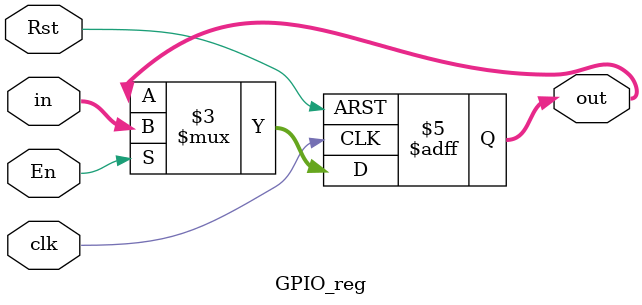
<source format=v>
`timescale 1ns / 1ps

/*
Funcionalidad: es un registro utilizado para la salida del GPIO. Almacena un dato de 32bits
					que se desee escribir al GPIO.

Entradas:
- in: entrada de 32bits con el dato que se desea escribir en el GPIO
- En: enable de escritura en el registro
- Rst: señal de reset, asíncrona y activa en alto
- clk: señal de reloj del sistema

Salidas:
- out: salida de 32bits con el dato escrito en el GPIO

Razón de uso: se implementó este registro para capturar un dato cuando este se direcciona a
				  0xABCD, que indica que se debe escribir en el GPIO en lugar de la memoria

*/

module GPIO_reg(in, En, Rst, clk, out);

	input [31:0] in;
	input En, Rst, clk;
	output reg [31:0] out = 0;
	
   always @(posedge clk or posedge Rst)
      if (Rst)
			begin
				out <= 32'd0;
			end
		else
			if (En)
				begin
				out <= in;
				end
endmodule

</source>
